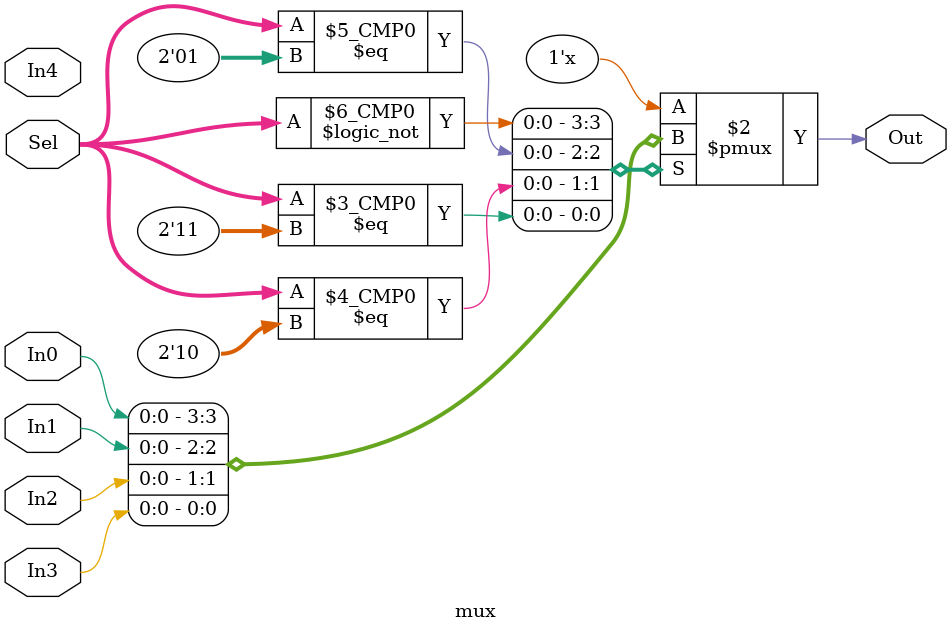
<source format=v>
`timescale 1ns / 1ps
module mux(
    input In0,
    input In1,
	 input In2,
    input In3,
    input In4,
    input [1:0] Sel,
    output reg Out
    );
	 
	 always @(In0, In1, In2, In3, Sel)
		case (Sel)
			0: Out <= In0;
			1: Out <= In1;
			2: Out <= In2;
			3: Out <= In3;
		endcase
		
endmodule
	
</source>
